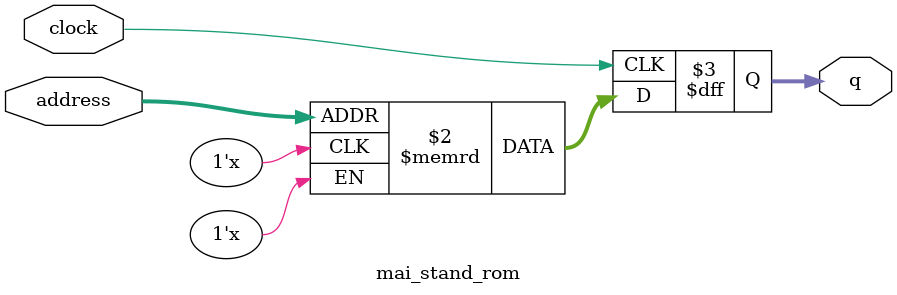
<source format=sv>
module mai_stand_rom (
	input logic clock,
	input logic [15:0] address,
	output logic [3:0] q
);

logic [3:0] memory [0:53759] /* synthesis ram_init_file = "./mai_stand/mai_stand.COE" */;

always_ff @ (posedge clock) begin
	q <= memory[address];
end

endmodule

</source>
